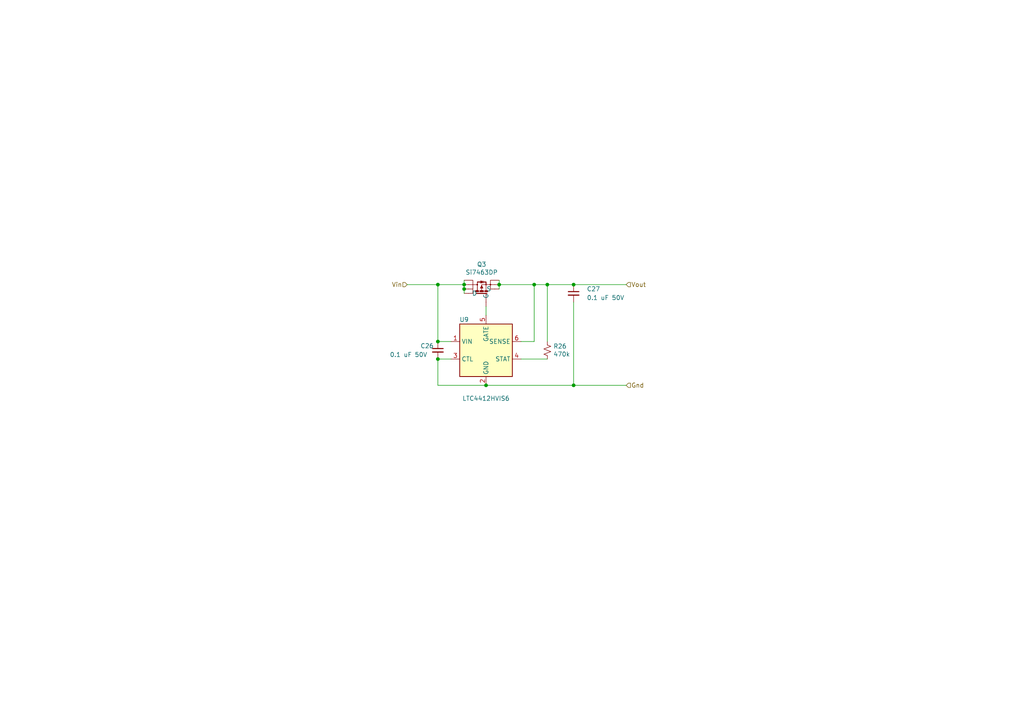
<source format=kicad_sch>
(kicad_sch (version 20211123) (generator eeschema)
  (paper "A4")
  (lib_symbols
    (symbol "Device:C_Small" (pin_numbers hide) (pin_names (offset 0.254) hide)
      (property "Reference" "C" (at 0.254 1.778 0))
      (property "Value" "C_Small" (at 0.254 -2.032 0))
      (symbol "C_Small_0_1"
        (polyline (pts (xy -1.524 -0.508) (xy 1.524 -0.508)) (stroke (width 0.3302)))
        (polyline (pts (xy -1.524 0.508) (xy 1.524 0.508)) (stroke (width 0.3048)))
      )
      (symbol "C_Small_1_1"
        (pin passive line (at 0 2.54 270) (length 2.032) (name "~") (number "1"))
        (pin passive line (at 0 -2.54 90) (length 2.032) (name "~") (number "2"))
      )
    )
    (symbol "Device:R_Small_US" (pin_numbers hide) (pin_names (offset 0.254) hide)
      (property "Reference" "R" (at 0.762 0.508 0))
      (property "Value" "R_Small_US" (at 0.762 -1.016 0))
      (symbol "R_Small_US_1_1"
        (polyline (pts (xy 0 0) (xy 1.016 -0.381) (xy 0 -0.762) (xy -1.016 -1.143) (xy 0 -1.524)))
        (polyline (pts (xy 0 1.524) (xy 1.016 1.143) (xy 0 0.762) (xy -1.016 0.381) (xy 0 0)))
        (pin passive line (at 0 2.54 270) (length 1.016) (name "~") (number "1"))
        (pin passive line (at 0 -2.54 90) (length 1.016) (name "~") (number "2"))
      )
    )
    (symbol "Power_Management:LTC4412xS6"
      (property "Reference" "U" (at -6.35 8.89 0))
      (property "Value" "LTC4412xS6" (at 6.35 8.89 0))
      (symbol "LTC4412xS6_0_1"
        (rectangle (start -7.62 7.62) (end 7.62 -7.62) (stroke (width 0.254)) (fill (type background)))
      )
      (symbol "LTC4412xS6_1_1"
        (pin power_in line (at -10.16 2.54 0) (length 2.54) (name "VIN") (number "1"))
        (pin power_in line (at 0 -10.16 90) (length 2.54) (name "GND") (number "2"))
        (pin input line (at -10.16 -2.54 0) (length 2.54) (name "CTL") (number "3"))
        (pin open_collector line (at 10.16 -2.54 180) (length 2.54) (name "STAT") (number "4"))
        (pin output line (at 0 10.16 270) (length 2.54) (name "GATE") (number "5"))
        (pin input line (at 10.16 2.54 180) (length 2.54) (name "SENSE") (number "6"))
      )
    )
    (symbol "ProjectDevices:Si7463DP" (pin_names (offset 1.016))
      (property "Reference" "Q" (at 2.54 0 0))
      (property "Value" "Si7463DP" (at 6.35 3.81 0))
      (symbol "Si7463DP_1_1"
        (circle (center 0 -1.27) (radius 0.127))
        (circle (center 0 -1.27) (radius 0.127))
        (circle (center 0 -1.27) (radius 0.127))
        (circle (center 0 -1.27) (radius 0.127))
        (polyline (pts (xy -5.08 1.27) (xy -3.81 1.27)))
        (polyline (pts (xy -2.54 1.27) (xy -3.81 1.27)))
        (polyline (pts (xy -1.905 -1.651) (xy -1.905 -1.016)) (stroke (width 0.508)))
        (polyline (pts (xy -1.905 -1.651) (xy -1.905 -1.016)) (stroke (width 0.508)))
        (polyline (pts (xy -1.905 -0.381) (xy -1.905 0.381)) (stroke (width 0.508)))
        (polyline (pts (xy -1.905 -0.381) (xy -1.905 0.381)) (stroke (width 0.508)))
        (polyline (pts (xy -1.905 1.016) (xy -1.905 1.651)) (stroke (width 0.508)))
        (polyline (pts (xy -1.778 -1.27) (xy 0 -1.27)))
        (polyline (pts (xy -1.778 -1.27) (xy 0 -1.27)))
        (polyline (pts (xy -1.778 -1.27) (xy 0 -1.27)))
        (polyline (pts (xy -1.778 -1.27) (xy 0 -1.27)))
        (polyline (pts (xy -1.778 1.27) (xy 0 1.27)))
        (polyline (pts (xy -1.27 -3.81) (xy -1.27 -2.54)))
        (polyline (pts (xy 0 -3.81) (xy 0 -2.54)))
        (polyline (pts (xy 0 1.27) (xy 0 2.54)))
        (polyline (pts (xy 0 2.54) (xy 0 3.81)))
        (polyline (pts (xy 0.381 0.381) (xy 1.143 0.381)))
        (polyline (pts (xy -2.54 -1.524) (xy -2.54 1.524) (xy -2.54 1.524)) (stroke (width 0.254)))
        (polyline (pts (xy -2.54 -1.524) (xy -2.54 1.524) (xy -2.54 1.524)) (stroke (width 0.254)))
        (polyline (pts (xy -1.778 0) (xy 0 0) (xy 0 1.27)))
        (polyline (pts (xy 0 2.54) (xy -1.27 2.54) (xy -1.27 3.81)))
        (polyline (pts (xy 0 2.54) (xy 1.27 2.54) (xy 1.27 3.81)))
        (polyline (pts (xy 1.27 -3.81) (xy 1.27 -2.54) (xy 0 -2.54)))
        (polyline (pts (xy -2.54 -3.81) (xy -2.54 -2.54) (xy 0 -2.54) (xy 0 -1.27)))
        (polyline (pts (xy -0.254 0) (xy -1.016 -0.381) (xy -1.016 0.381) (xy -0.254 0)) (fill (type outline)))
        (polyline (pts (xy 0 1.27) (xy 0.762 1.27) (xy 0.762 -1.27) (xy 0 -1.27)))
        (polyline (pts (xy 0 1.27) (xy 0.762 1.27) (xy 0.762 -1.27) (xy 0 -1.27)))
        (polyline (pts (xy 0 1.27) (xy 0.762 1.27) (xy 0.762 -1.27) (xy 0 -1.27)))
        (polyline (pts (xy 0 1.27) (xy 0.762 1.27) (xy 0.762 -1.27) (xy 0 -1.27)))
        (polyline (pts (xy 0.762 0.381) (xy 0.381 -0.254) (xy 1.143 -0.254) (xy 0.762 0.381)) (fill (type outline)))
        (circle (center 0 1.27) (radius 0.127))
        (circle (center 0 2.54) (radius 0.127))
        (circle (center 0 2.54) (radius 0.127))
        (circle (center 0 2.54) (radius 0.127))
        (circle (center 0 2.54) (radius 0.127))
        (pin power_out line (at -1.27 5.08 270) (length 1.27) (name "S") (number "1"))
        (pin power_out line (at 0 5.08 270) (length 1.27) (name "S") (number "2"))
        (pin power_out line (at 1.27 5.08 270) (length 1.27) (name "S") (number "3"))
        (pin passive line (at -6.35 1.27 0) (length 1.27) (name "G") (number "4"))
        (pin power_in line (at -2.54 -5.08 90) (length 1.27) (name "D") (number "5"))
        (pin power_in line (at -1.27 -5.08 90) (length 1.27) (name "D") (number "5"))
        (pin power_in line (at 0 -5.08 90) (length 1.27) (name "D") (number "5"))
        (pin power_in line (at 1.27 -5.08 90) (length 1.27) (name "D") (number "5"))
      )
    )
  )
  (junction (at 127 99.06))
  (junction (at 127 82.55))
  (junction (at 158.75 82.55))
  (junction (at 166.37 82.55))
  (junction (at 134.62 82.55))
  (junction (at 144.78 82.55))
  (junction (at 140.97 111.76))
  (junction (at 134.62 83.82))
  (junction (at 154.94 82.55))
  (junction (at 166.37 111.76))
  (junction (at 127 104.14))
  (wire (pts (xy 158.75 104.14) (xy 151.13 104.14)))
  (wire (pts (xy 158.75 82.55) (xy 166.37 82.55)))
  (wire (pts (xy 154.94 82.55) (xy 154.94 99.06)))
  (wire (pts (xy 134.62 82.55) (xy 127 82.55)))
  (wire (pts (xy 140.97 111.76) (xy 127 111.76)))
  (wire (pts (xy 134.62 83.82) (xy 134.62 85.09)))
  (wire (pts (xy 166.37 87.63) (xy 166.37 111.76)))
  (wire (pts (xy 154.94 82.55) (xy 158.75 82.55)))
  (wire (pts (xy 158.75 99.06) (xy 158.75 82.55)))
  (wire (pts (xy 127 82.55) (xy 118.11 82.55)))
  (wire (pts (xy 144.78 81.28) (xy 144.78 82.55)))
  (wire (pts (xy 140.97 88.9) (xy 140.97 91.44)))
  (wire (pts (xy 127 111.76) (xy 127 104.14)))
  (wire (pts (xy 127 99.06) (xy 130.81 99.06)))
  (wire (pts (xy 134.62 81.28) (xy 134.62 82.55)))
  (wire (pts (xy 166.37 82.55) (xy 181.61 82.55)))
  (wire (pts (xy 144.78 82.55) (xy 144.78 83.82)))
  (wire (pts (xy 154.94 99.06) (xy 151.13 99.06)))
  (wire (pts (xy 166.37 111.76) (xy 181.61 111.76)))
  (wire (pts (xy 134.62 82.55) (xy 134.62 83.82)))
  (wire (pts (xy 144.78 82.55) (xy 154.94 82.55)))
  (wire (pts (xy 140.97 111.76) (xy 166.37 111.76)))
  (wire (pts (xy 127 104.14) (xy 130.81 104.14)))
  (wire (pts (xy 127 82.55) (xy 127 99.06)))
  (hierarchical_label "Vout" (shape input) (at 181.61 82.55 0))
  (hierarchical_label "Vin" (shape input) (at 118.11 82.55 180))
  (hierarchical_label "Gnd" (shape input) (at 181.61 111.76 0))
  (symbol (lib_id "Power_Management:LTC4412xS6") (at 140.97 101.6 0) (unit 1)
    (property "Reference" "U9" (at 134.62 92.71 0))
    (property "Value" "LTC4412HVIS6" (at 140.97 115.57 0))
    (property "Footprint" "Package_TO_SOT_SMD:TSOT-23-6" (effects hide))
    (property "Datasheet" "https://www.analog.com/media/en/technical-documentation/data-sheets/4412hvfs.pdf" (effects hide))
    (property "Part Number" "LTC4412HVIS6#TRPBF" (effects hide))
    (property "Supplier" "Digikey" (effects hide))
    (property "Link" "https://www.digikey.com/product-detail/en/linear-technology-analog-devices/LTC4412HVIS6-TRPBF/LTC4412HVIS6-TRPBFCT-ND/4694483" (effects hide))
  )
  (symbol (lib_id "ProjectDevices:Si7463DP") (at 139.7 82.55 270) (mirror x) (unit 1)
    (property "Reference" "Q3" (at 139.7 76.6826 90))
    (property "Value" "Si7463DP" (at 139.7 78.994 90))
    (property "Footprint" "Package_SO:PowerPAK_SO-8_Single" (effects hide))
    (property "Datasheet" "http://www.vishay.com/docs/72440/si7463dp.pdf" (effects hide))
    (property "Part Number" "SI7463DP-T1-E3CT-ND" (effects hide))
    (property "Supplier" "Digikey" (effects hide))
    (property "Link" "https://www.digikey.com/product-detail/en/vishay-siliconix/SI7463DP-T1-E3/SI7463DP-T1-E3CT-ND/1657127" (effects hide))
  )
  (symbol (lib_id "Device:C_Small") (at 127 101.6 0) (unit 1)
    (property "Reference" "C26" (at 121.92 100.33 0) (effects (justify left)))
    (property "Value" "0.1 uF 50V" (at 113.03 102.87 0) (effects (justify left)))
    (property "Footprint" "Capacitor_SMD:C_0603_1608Metric_Pad1.05x0.95mm_HandSolder" (effects hide))
    (property "Datasheet" "https://api.kemet.com/component-edge/download/datasheet/C0603C104M5RACTU.pdf" (effects hide))
    (property "Part Number" "C0603C104M5RACTU" (effects hide))
    (property "Supplier" "Digikey" (effects hide))
    (property "Link" "https://www.digikey.com/product-detail/en/kemet/C0603C104M5RACTU/399-7845-1-ND/3471568" (effects hide))
  )
  (symbol (lib_id "Device:C_Small") (at 166.37 85.09 0) (unit 1)
    (property "Reference" "C27" (at 170.18 83.82 0) (effects (justify left)))
    (property "Value" "0.1 uF 50V" (at 170.18 86.36 0) (effects (justify left)))
    (property "Footprint" "Capacitor_SMD:C_0603_1608Metric_Pad1.05x0.95mm_HandSolder" (effects hide))
    (property "Datasheet" "https://api.kemet.com/component-edge/download/datasheet/C0603C104M5RACTU.pdf" (effects hide))
    (property "Part Number" "C0603C104M5RACTU" (effects hide))
    (property "Supplier" "Digikey" (effects hide))
    (property "Link" "https://www.digikey.com/product-detail/en/kemet/C0603C104M5RACTU/399-7845-1-ND/3471568" (effects hide))
  )
  (symbol (lib_id "Device:R_Small_US") (at 158.75 101.6 0) (unit 1)
    (property "Reference" "R26" (at 160.4772 100.4316 0) (effects (justify left)))
    (property "Value" "470k" (at 160.4772 102.743 0) (effects (justify left)))
    (property "Footprint" "Resistor_SMD:R_0603_1608Metric_Pad1.05x0.95mm_HandSolder" (effects hide))
    (property "Datasheet" "https://www.te.com/commerce/DocumentDelivery/DDEController?Action=srchrtrv&DocNm=1773200&DocType=DS&DocLang=English" (effects hide))
    (property "Part Number" "CPF0603B470KE1" (effects hide))
    (property "Supplier" "Digikey" (effects hide))
    (property "Link" "https://www.digikey.com/product-detail/en/te-connectivity-passive-product/CPF0603B470KE1/A102278CT-ND/2728653" (effects hide))
  )
)
</source>
